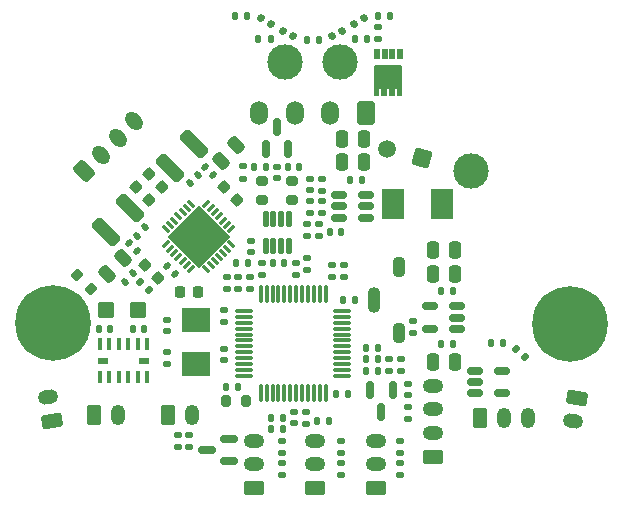
<source format=gts>
G04 #@! TF.GenerationSoftware,KiCad,Pcbnew,(6.0.0)*
G04 #@! TF.CreationDate,2022-01-08T17:27:50+01:00*
G04 #@! TF.ProjectId,MiniAB-CAN-Board,4d696e69-4142-42d4-9341-4e2d426f6172,1*
G04 #@! TF.SameCoordinates,Original*
G04 #@! TF.FileFunction,Soldermask,Top*
G04 #@! TF.FilePolarity,Negative*
%FSLAX46Y46*%
G04 Gerber Fmt 4.6, Leading zero omitted, Abs format (unit mm)*
G04 Created by KiCad (PCBNEW (6.0.0)) date 2022-01-08 17:27:50*
%MOMM*%
%LPD*%
G01*
G04 APERTURE LIST*
G04 Aperture macros list*
%AMRoundRect*
0 Rectangle with rounded corners*
0 $1 Rounding radius*
0 $2 $3 $4 $5 $6 $7 $8 $9 X,Y pos of 4 corners*
0 Add a 4 corners polygon primitive as box body*
4,1,4,$2,$3,$4,$5,$6,$7,$8,$9,$2,$3,0*
0 Add four circle primitives for the rounded corners*
1,1,$1+$1,$2,$3*
1,1,$1+$1,$4,$5*
1,1,$1+$1,$6,$7*
1,1,$1+$1,$8,$9*
0 Add four rect primitives between the rounded corners*
20,1,$1+$1,$2,$3,$4,$5,0*
20,1,$1+$1,$4,$5,$6,$7,0*
20,1,$1+$1,$6,$7,$8,$9,0*
20,1,$1+$1,$8,$9,$2,$3,0*%
%AMHorizOval*
0 Thick line with rounded ends*
0 $1 width*
0 $2 $3 position (X,Y) of the first rounded end (center of the circle)*
0 $4 $5 position (X,Y) of the second rounded end (center of the circle)*
0 Add line between two ends*
20,1,$1,$2,$3,$4,$5,0*
0 Add two circle primitives to create the rounded ends*
1,1,$1,$2,$3*
1,1,$1,$4,$5*%
%AMRotRect*
0 Rectangle, with rotation*
0 The origin of the aperture is its center*
0 $1 length*
0 $2 width*
0 $3 Rotation angle, in degrees counterclockwise*
0 Add horizontal line*
21,1,$1,$2,0,0,$3*%
%AMFreePoly0*
4,1,43,1.580355,1.210355,1.595000,1.175000,1.595000,0.775000,1.580355,0.739645,1.545000,0.725000,0.975000,0.725000,0.975000,0.575000,1.545000,0.575000,1.580355,0.560355,1.595000,0.525000,1.595000,0.125000,1.580355,0.089645,1.545000,0.075000,0.975000,0.075000,0.975000,-0.075000,1.545000,-0.075000,1.580355,-0.089645,1.595000,-0.125000,1.595000,-0.525000,1.580355,-0.560355,
1.545000,-0.575000,0.975000,-0.575000,0.975000,-0.725000,1.545000,-0.725000,1.580355,-0.739645,1.595000,-0.775000,1.595000,-1.175000,1.580355,-1.210355,1.545000,-1.225000,0.925000,-1.225000,0.889645,-1.210355,0.875000,-1.175000,-0.925000,-1.175000,-0.960355,-1.160355,-0.975000,-1.125000,-0.975000,1.125000,-0.960355,1.160355,-0.925000,1.175000,0.875000,1.175000,0.889645,1.210355,
0.925000,1.225000,1.545000,1.225000,1.580355,1.210355,1.580355,1.210355,$1*%
G04 Aperture macros list end*
%ADD10RoundRect,0.140000X0.021213X-0.219203X0.219203X-0.021213X-0.021213X0.219203X-0.219203X0.021213X0*%
%ADD11RoundRect,0.225000X-0.335876X-0.017678X-0.017678X-0.335876X0.335876X0.017678X0.017678X0.335876X0*%
%ADD12RoundRect,0.135000X-0.185000X0.135000X-0.185000X-0.135000X0.185000X-0.135000X0.185000X0.135000X0*%
%ADD13RoundRect,0.200000X-0.335876X-0.053033X-0.053033X-0.335876X0.335876X0.053033X0.053033X0.335876X0*%
%ADD14R,1.900000X2.500000*%
%ADD15RoundRect,0.140000X-0.140000X-0.170000X0.140000X-0.170000X0.140000X0.170000X-0.140000X0.170000X0*%
%ADD16RoundRect,0.250000X0.250000X0.475000X-0.250000X0.475000X-0.250000X-0.475000X0.250000X-0.475000X0*%
%ADD17RoundRect,0.225000X0.335876X0.017678X0.017678X0.335876X-0.335876X-0.017678X-0.017678X-0.335876X0*%
%ADD18RoundRect,0.135000X0.135000X0.185000X-0.135000X0.185000X-0.135000X-0.185000X0.135000X-0.185000X0*%
%ADD19RoundRect,0.140000X0.140000X0.170000X-0.140000X0.170000X-0.140000X-0.170000X0.140000X-0.170000X0*%
%ADD20RoundRect,0.150000X0.512500X0.150000X-0.512500X0.150000X-0.512500X-0.150000X0.512500X-0.150000X0*%
%ADD21RoundRect,0.135000X0.185000X-0.135000X0.185000X0.135000X-0.185000X0.135000X-0.185000X-0.135000X0*%
%ADD22RoundRect,0.150000X0.150000X-0.587500X0.150000X0.587500X-0.150000X0.587500X-0.150000X-0.587500X0*%
%ADD23RoundRect,0.140000X0.170000X-0.140000X0.170000X0.140000X-0.170000X0.140000X-0.170000X-0.140000X0*%
%ADD24RoundRect,0.135000X0.226274X0.035355X0.035355X0.226274X-0.226274X-0.035355X-0.035355X-0.226274X0*%
%ADD25RoundRect,0.250000X-0.450000X-0.425000X0.450000X-0.425000X0.450000X0.425000X-0.450000X0.425000X0*%
%ADD26RoundRect,0.147500X0.213989X0.075639X-0.041489X0.223139X-0.213989X-0.075639X0.041489X-0.223139X0*%
%ADD27RoundRect,0.250000X-0.159099X0.512652X-0.512652X0.159099X0.159099X-0.512652X0.512652X-0.159099X0*%
%ADD28RoundRect,0.250000X0.159099X-0.512652X0.512652X-0.159099X-0.159099X0.512652X-0.512652X0.159099X0*%
%ADD29RoundRect,0.150000X-0.512500X-0.150000X0.512500X-0.150000X0.512500X0.150000X-0.512500X0.150000X0*%
%ADD30RoundRect,0.075000X-0.662500X-0.075000X0.662500X-0.075000X0.662500X0.075000X-0.662500X0.075000X0*%
%ADD31RoundRect,0.075000X-0.075000X-0.662500X0.075000X-0.662500X0.075000X0.662500X-0.075000X0.662500X0*%
%ADD32RoundRect,0.250000X0.194454X-0.689429X0.689429X-0.194454X-0.194454X0.689429X-0.689429X0.194454X0*%
%ADD33HorizOval,1.200000X-0.194454X0.194454X0.194454X-0.194454X0*%
%ADD34RoundRect,0.050000X-0.200000X0.415000X-0.200000X-0.415000X0.200000X-0.415000X0.200000X0.415000X0*%
%ADD35FreePoly0,270.000000*%
%ADD36RoundRect,0.150000X0.587500X0.150000X-0.587500X0.150000X-0.587500X-0.150000X0.587500X-0.150000X0*%
%ADD37RoundRect,0.147500X0.172500X-0.147500X0.172500X0.147500X-0.172500X0.147500X-0.172500X-0.147500X0*%
%ADD38RoundRect,0.250000X0.539169X-0.981111X0.981111X-0.539169X-0.539169X0.981111X-0.981111X0.539169X0*%
%ADD39RotRect,0.254000X0.762000X135.000000*%
%ADD40RotRect,0.254000X0.762000X45.000000*%
%ADD41RotRect,3.810000X3.810000X45.000000*%
%ADD42RoundRect,0.200000X-0.275000X0.200000X-0.275000X-0.200000X0.275000X-0.200000X0.275000X0.200000X0*%
%ADD43RoundRect,0.250000X0.676282X-0.236153X0.554728X0.453213X-0.676282X0.236153X-0.554728X-0.453213X0*%
%ADD44HorizOval,1.200000X0.270822X0.047753X-0.270822X-0.047753X0*%
%ADD45R,2.400000X2.000000*%
%ADD46RoundRect,0.140000X-0.170000X0.140000X-0.170000X-0.140000X0.170000X-0.140000X0.170000X0.140000X0*%
%ADD47RoundRect,0.150000X-0.150000X0.587500X-0.150000X-0.587500X0.150000X-0.587500X0.150000X0.587500X0*%
%ADD48C,0.800000*%
%ADD49C,6.400000*%
%ADD50RoundRect,0.140000X-0.219203X-0.021213X-0.021213X-0.219203X0.219203X0.021213X0.021213X0.219203X0*%
%ADD51RoundRect,0.135000X-0.135000X-0.185000X0.135000X-0.185000X0.135000X0.185000X-0.135000X0.185000X0*%
%ADD52RoundRect,0.140000X0.219203X0.021213X0.021213X0.219203X-0.219203X-0.021213X-0.021213X-0.219203X0*%
%ADD53RoundRect,0.200000X-0.200000X-0.275000X0.200000X-0.275000X0.200000X0.275000X-0.200000X0.275000X0*%
%ADD54RoundRect,0.147500X-0.041489X-0.223139X0.213989X-0.075639X0.041489X0.223139X-0.213989X0.075639X0*%
%ADD55RoundRect,0.225000X0.225000X0.250000X-0.225000X0.250000X-0.225000X-0.250000X0.225000X-0.250000X0*%
%ADD56R,0.449200X1.117800*%
%ADD57R,0.813000X0.500000*%
%ADD58RoundRect,0.250000X-0.554728X0.453213X-0.676282X-0.236153X0.554728X-0.453213X0.676282X0.236153X0*%
%ADD59HorizOval,1.200000X-0.270822X0.047753X0.270822X-0.047753X0*%
%ADD60RoundRect,0.147500X-0.172500X0.147500X-0.172500X-0.147500X0.172500X-0.147500X0.172500X0.147500X0*%
%ADD61RoundRect,0.140000X-0.021213X0.219203X-0.219203X0.021213X0.021213X-0.219203X0.219203X-0.021213X0*%
%ADD62RoundRect,0.147500X0.147500X0.172500X-0.147500X0.172500X-0.147500X-0.172500X0.147500X-0.172500X0*%
%ADD63RoundRect,0.135000X-0.226274X-0.035355X-0.035355X-0.226274X0.226274X0.035355X0.035355X0.226274X0*%
%ADD64RoundRect,0.200000X0.275000X-0.200000X0.275000X0.200000X-0.275000X0.200000X-0.275000X-0.200000X0*%
%ADD65RoundRect,0.125000X0.125000X-0.537500X0.125000X0.537500X-0.125000X0.537500X-0.125000X-0.537500X0*%
%ADD66RoundRect,0.250000X-0.539169X0.981111X-0.981111X0.539169X0.539169X-0.981111X0.981111X-0.539169X0*%
%ADD67RoundRect,0.250000X0.625000X-0.350000X0.625000X0.350000X-0.625000X0.350000X-0.625000X-0.350000X0*%
%ADD68O,1.750000X1.200000*%
%ADD69RoundRect,0.250000X-0.350000X-0.625000X0.350000X-0.625000X0.350000X0.625000X-0.350000X0.625000X0*%
%ADD70O,1.200000X1.750000*%
%ADD71C,3.000000*%
%ADD72RoundRect,0.250001X0.499999X0.759999X-0.499999X0.759999X-0.499999X-0.759999X0.499999X-0.759999X0*%
%ADD73O,1.500000X2.020000*%
%ADD74RoundRect,0.250001X0.353553X-0.612371X0.612371X0.353553X-0.353553X0.612371X-0.612371X-0.353553X0*%
%ADD75C,1.500000*%
%ADD76O,1.100000X1.800000*%
%ADD77O,1.100000X2.200000*%
G04 APERTURE END LIST*
D10*
G04 #@! TO.C,C35*
X203593990Y-59939608D03*
X204272812Y-59260786D03*
G04 #@! TD*
D11*
G04 #@! TO.C,C41*
X199079111Y-60247199D03*
X200175127Y-61343215D03*
G04 #@! TD*
D12*
G04 #@! TO.C,R22*
X211440000Y-81730000D03*
X211440000Y-82750000D03*
G04 #@! TD*
D13*
G04 #@! TO.C,FB1*
X194086637Y-67686637D03*
X195253363Y-68853363D03*
G04 #@! TD*
D12*
G04 #@! TO.C,R32*
X214810000Y-59550000D03*
X214810000Y-60570000D03*
G04 #@! TD*
D11*
G04 #@! TO.C,C36*
X200153478Y-59171959D03*
X201249494Y-60267975D03*
G04 #@! TD*
D14*
G04 #@! TO.C,L2*
X220830000Y-61690000D03*
X224930000Y-61690000D03*
G04 #@! TD*
D15*
G04 #@! TO.C,C3*
X195930000Y-72256500D03*
X196890000Y-72256500D03*
G04 #@! TD*
D16*
G04 #@! TO.C,C21*
X218370000Y-56158544D03*
X216470000Y-56158544D03*
G04 #@! TD*
D17*
G04 #@! TO.C,C45*
X200913560Y-67986977D03*
X199817544Y-66890961D03*
G04 #@! TD*
D12*
G04 #@! TO.C,R21*
X211440000Y-83650000D03*
X211440000Y-84670000D03*
G04 #@! TD*
D18*
G04 #@! TO.C,R25*
X208510000Y-66710000D03*
X207490000Y-66710000D03*
G04 #@! TD*
D19*
G04 #@! TO.C,C42*
X216430000Y-64100000D03*
X215470000Y-64100000D03*
G04 #@! TD*
D18*
G04 #@! TO.C,R5*
X211490000Y-80790000D03*
X210470000Y-80790000D03*
G04 #@! TD*
D20*
G04 #@! TO.C,U4*
X226247500Y-72270000D03*
X226247500Y-71320000D03*
X226247500Y-70370000D03*
X223972500Y-70370000D03*
X223972500Y-72270000D03*
G04 #@! TD*
D21*
G04 #@! TO.C,R37*
X213800000Y-62480000D03*
X213800000Y-61460000D03*
G04 #@! TD*
D18*
G04 #@! TO.C,R20*
X210440000Y-47710000D03*
X209420000Y-47710000D03*
G04 #@! TD*
D22*
G04 #@! TO.C,D8*
X210050000Y-57055000D03*
X211950000Y-57055000D03*
X211000000Y-55180000D03*
G04 #@! TD*
D18*
G04 #@! TO.C,R17*
X208450000Y-45790000D03*
X207430000Y-45790000D03*
G04 #@! TD*
D23*
G04 #@! TO.C,C18*
X222540000Y-72590000D03*
X222540000Y-71630000D03*
G04 #@! TD*
G04 #@! TO.C,C6*
X206730000Y-68860000D03*
X206730000Y-67900000D03*
G04 #@! TD*
D24*
G04 #@! TO.C,R23*
X200141248Y-68991248D03*
X199420000Y-68270000D03*
G04 #@! TD*
D25*
G04 #@! TO.C,C1*
X196512500Y-70680000D03*
X199212500Y-70680000D03*
G04 #@! TD*
D26*
G04 #@! TO.C,D7*
X212370000Y-47512500D03*
X211529956Y-47027500D03*
G04 #@! TD*
D23*
G04 #@! TO.C,C2*
X201670000Y-72470000D03*
X201670000Y-71510000D03*
G04 #@! TD*
D21*
G04 #@! TO.C,R9*
X219530000Y-47760000D03*
X219530000Y-46740000D03*
G04 #@! TD*
D16*
G04 #@! TO.C,C24*
X218370000Y-58178545D03*
X216470000Y-58178545D03*
G04 #@! TD*
D12*
G04 #@! TO.C,R31*
X214810000Y-61470000D03*
X214810000Y-62490000D03*
G04 #@! TD*
D26*
G04 #@! TO.C,D6*
X210460022Y-46422500D03*
X209619978Y-45937500D03*
G04 #@! TD*
D27*
G04 #@! TO.C,C43*
X197958350Y-66296498D03*
X196614848Y-67640000D03*
G04 #@! TD*
D28*
G04 #@! TO.C,C25*
X206210287Y-58058703D03*
X207553789Y-56715201D03*
G04 #@! TD*
D29*
G04 #@! TO.C,U3*
X227792500Y-75820000D03*
X227792500Y-76770000D03*
X227792500Y-77720000D03*
X230067500Y-77720000D03*
X230067500Y-75820000D03*
G04 #@! TD*
D15*
G04 #@! TO.C,C33*
X209070000Y-58560000D03*
X210030000Y-58560000D03*
G04 #@! TD*
G04 #@! TO.C,C23*
X218550000Y-73900000D03*
X219510000Y-73900000D03*
G04 #@! TD*
D16*
G04 #@! TO.C,C49*
X226080000Y-65580000D03*
X224180000Y-65580000D03*
G04 #@! TD*
D30*
G04 #@! TO.C,U2*
X208197500Y-70750000D03*
X208197500Y-71250000D03*
X208197500Y-71750000D03*
X208197500Y-72250000D03*
X208197500Y-72750000D03*
X208197500Y-73250000D03*
X208197500Y-73750000D03*
X208197500Y-74250000D03*
X208197500Y-74750000D03*
X208197500Y-75250000D03*
X208197500Y-75750000D03*
X208197500Y-76250000D03*
D31*
X209610000Y-77662500D03*
X210110000Y-77662500D03*
X210610000Y-77662500D03*
X211110000Y-77662500D03*
X211610000Y-77662500D03*
X212110000Y-77662500D03*
X212610000Y-77662500D03*
X213110000Y-77662500D03*
X213610000Y-77662500D03*
X214110000Y-77662500D03*
X214610000Y-77662500D03*
X215110000Y-77662500D03*
D30*
X216522500Y-76250000D03*
X216522500Y-75750000D03*
X216522500Y-75250000D03*
X216522500Y-74750000D03*
X216522500Y-74250000D03*
X216522500Y-73750000D03*
X216522500Y-73250000D03*
X216522500Y-72750000D03*
X216522500Y-72250000D03*
X216522500Y-71750000D03*
X216522500Y-71250000D03*
X216522500Y-70750000D03*
D31*
X215110000Y-69337500D03*
X214610000Y-69337500D03*
X214110000Y-69337500D03*
X213610000Y-69337500D03*
X213110000Y-69337500D03*
X212610000Y-69337500D03*
X212110000Y-69337500D03*
X211610000Y-69337500D03*
X211110000Y-69337500D03*
X210610000Y-69337500D03*
X210110000Y-69337500D03*
X209610000Y-69337500D03*
G04 #@! TD*
D32*
G04 #@! TO.C,J8*
X194665786Y-58944214D03*
D33*
X196080000Y-57530000D03*
X197494213Y-56115787D03*
X198908427Y-54701573D03*
G04 #@! TD*
D18*
G04 #@! TO.C,R10*
X218580000Y-47710000D03*
X217560000Y-47710000D03*
G04 #@! TD*
D23*
G04 #@! TO.C,C11*
X207710000Y-68860000D03*
X207710000Y-67900000D03*
G04 #@! TD*
D12*
G04 #@! TO.C,R14*
X221370000Y-83650000D03*
X221370000Y-84670000D03*
G04 #@! TD*
D34*
G04 #@! TO.C,Q3*
X220095000Y-49015000D03*
X220745000Y-49015000D03*
X221395000Y-49015000D03*
X219445000Y-49015000D03*
D35*
X220420000Y-50955000D03*
G04 #@! TD*
D23*
G04 #@! TO.C,C9*
X208690000Y-68860000D03*
X208690000Y-67900000D03*
G04 #@! TD*
D12*
G04 #@! TO.C,R24*
X215660000Y-66850000D03*
X215660000Y-67870000D03*
G04 #@! TD*
D36*
G04 #@! TO.C,Q2*
X206955000Y-83490000D03*
X206955000Y-81590000D03*
X205080000Y-82540000D03*
G04 #@! TD*
D37*
G04 #@! TO.C,D9*
X216660000Y-67845000D03*
X216660000Y-66875000D03*
G04 #@! TD*
D15*
G04 #@! TO.C,C13*
X206690000Y-77160000D03*
X207650000Y-77160000D03*
G04 #@! TD*
D16*
G04 #@! TO.C,C22*
X226087135Y-75039502D03*
X224187135Y-75039502D03*
G04 #@! TD*
D38*
G04 #@! TO.C,R30*
X196492870Y-64070879D03*
X198561158Y-62002591D03*
G04 #@! TD*
D39*
G04 #@! TO.C,U5*
X201581776Y-65113578D03*
X201935329Y-65467130D03*
X202288883Y-65820685D03*
X202642436Y-66174238D03*
X202995989Y-66527791D03*
X203349544Y-66881345D03*
X203703096Y-67234898D03*
D40*
X205012234Y-67234898D03*
X205365786Y-66881345D03*
X205719341Y-66527791D03*
X206072894Y-66174238D03*
X206426447Y-65820685D03*
X206780001Y-65467130D03*
X207133554Y-65113578D03*
D39*
X207133554Y-63804440D03*
X206780001Y-63450888D03*
X206426447Y-63097333D03*
X206072894Y-62743780D03*
X205719341Y-62390227D03*
X205365786Y-62036673D03*
X205012234Y-61683120D03*
D40*
X203703096Y-61683120D03*
X203349544Y-62036673D03*
X202995989Y-62390227D03*
X202642436Y-62743780D03*
X202288883Y-63097333D03*
X201935329Y-63450888D03*
X201581776Y-63804440D03*
D41*
X204357665Y-64459009D03*
G04 #@! TD*
D42*
G04 #@! TO.C,R27*
X209730000Y-59740000D03*
X209730000Y-61390000D03*
G04 #@! TD*
D43*
G04 #@! TO.C,J2*
X191920000Y-80050000D03*
D44*
X191572704Y-78080384D03*
G04 #@! TD*
D12*
G04 #@! TO.C,R36*
X213530000Y-63380000D03*
X213530000Y-64400000D03*
G04 #@! TD*
G04 #@! TO.C,R15*
X221370000Y-81730000D03*
X221370000Y-82750000D03*
G04 #@! TD*
D21*
G04 #@! TO.C,R35*
X208110000Y-59540000D03*
X208110000Y-58520000D03*
G04 #@! TD*
G04 #@! TO.C,R12*
X213420000Y-80310000D03*
X213420000Y-79290000D03*
G04 #@! TD*
D18*
G04 #@! TO.C,R13*
X214510000Y-47830000D03*
X213490000Y-47830000D03*
G04 #@! TD*
D12*
G04 #@! TO.C,R7*
X203570000Y-81260000D03*
X203570000Y-82280000D03*
G04 #@! TD*
D21*
G04 #@! TO.C,R3*
X222050000Y-79910000D03*
X222050000Y-78890000D03*
G04 #@! TD*
D12*
G04 #@! TO.C,R4*
X213550000Y-66300000D03*
X213550000Y-67320000D03*
G04 #@! TD*
D18*
G04 #@! TO.C,R8*
X220550000Y-45790000D03*
X219530000Y-45790000D03*
G04 #@! TD*
D15*
G04 #@! TO.C,C32*
X211930000Y-58560000D03*
X212890000Y-58560000D03*
G04 #@! TD*
D45*
G04 #@! TO.C,Y1*
X204090000Y-75210000D03*
X204090000Y-71510000D03*
G04 #@! TD*
D19*
G04 #@! TO.C,C15*
X225860000Y-69100000D03*
X224900000Y-69100000D03*
G04 #@! TD*
D46*
G04 #@! TO.C,C14*
X212430000Y-79290000D03*
X212430000Y-80250000D03*
G04 #@! TD*
D15*
G04 #@! TO.C,C40*
X210640000Y-66710000D03*
X211600000Y-66710000D03*
G04 #@! TD*
G04 #@! TO.C,C17*
X218550000Y-74840000D03*
X219510000Y-74840000D03*
G04 #@! TD*
G04 #@! TO.C,C10*
X216000000Y-77770000D03*
X216960000Y-77770000D03*
G04 #@! TD*
D47*
G04 #@! TO.C,Q1*
X220770000Y-77472500D03*
X218870000Y-77472500D03*
X219820000Y-79347500D03*
G04 #@! TD*
D12*
G04 #@! TO.C,R29*
X214520000Y-63380000D03*
X214520000Y-64400000D03*
G04 #@! TD*
D21*
G04 #@! TO.C,R34*
X212560000Y-67690000D03*
X212560000Y-66670000D03*
G04 #@! TD*
D15*
G04 #@! TO.C,C8*
X216600000Y-69830000D03*
X217560000Y-69830000D03*
G04 #@! TD*
D48*
G04 #@! TO.C,H2*
X190292944Y-70072944D03*
D49*
X191990000Y-71770000D03*
D48*
X194390000Y-71770000D03*
X190292944Y-73467056D03*
X191990000Y-74170000D03*
X189590000Y-71770000D03*
X191990000Y-69370000D03*
X193687056Y-70072944D03*
X193687056Y-73467056D03*
G04 #@! TD*
D50*
G04 #@! TO.C,C26*
X201700589Y-66930589D03*
X202379411Y-67609411D03*
G04 #@! TD*
D48*
G04 #@! TO.C,H1*
X237477056Y-70122944D03*
D49*
X235780000Y-71820000D03*
D48*
X234082944Y-70122944D03*
X235780000Y-69420000D03*
X235780000Y-74220000D03*
X233380000Y-71820000D03*
X237477056Y-73517056D03*
X238180000Y-71820000D03*
X234082944Y-73517056D03*
G04 #@! TD*
D46*
G04 #@! TO.C,C47*
X208780000Y-64800000D03*
X208780000Y-65760000D03*
G04 #@! TD*
D51*
G04 #@! TO.C,R6*
X210470000Y-79780000D03*
X211490000Y-79780000D03*
G04 #@! TD*
D52*
G04 #@! TO.C,C38*
X205602174Y-59246643D03*
X204923352Y-58567821D03*
G04 #@! TD*
D53*
G04 #@! TO.C,FB2*
X206690000Y-78400000D03*
X208340000Y-78400000D03*
G04 #@! TD*
D10*
G04 #@! TO.C,C27*
X198110000Y-68260000D03*
X198788822Y-67581178D03*
G04 #@! TD*
D16*
G04 #@! TO.C,C51*
X226080000Y-67600000D03*
X224180000Y-67600000D03*
G04 #@! TD*
D12*
G04 #@! TO.C,R1*
X220470000Y-74840000D03*
X220470000Y-75860000D03*
G04 #@! TD*
G04 #@! TO.C,R18*
X216410000Y-83660000D03*
X216410000Y-84680000D03*
G04 #@! TD*
D37*
G04 #@! TO.C,D2*
X202570000Y-82257500D03*
X202570000Y-81287500D03*
G04 #@! TD*
D21*
G04 #@! TO.C,R2*
X221470000Y-75860000D03*
X221470000Y-74840000D03*
G04 #@! TD*
D19*
G04 #@! TO.C,C16*
X225860000Y-73540000D03*
X224900000Y-73540000D03*
G04 #@! TD*
D15*
G04 #@! TO.C,C19*
X218550000Y-75820000D03*
X219510000Y-75820000D03*
G04 #@! TD*
D46*
G04 #@! TO.C,C7*
X206520000Y-70690000D03*
X206520000Y-71650000D03*
G04 #@! TD*
D54*
G04 #@! TO.C,D4*
X217520000Y-46420000D03*
X218360044Y-45935000D03*
G04 #@! TD*
D55*
G04 #@! TO.C,C28*
X204335000Y-69150000D03*
X202785000Y-69150000D03*
G04 #@! TD*
D23*
G04 #@! TO.C,C5*
X201670000Y-75220000D03*
X201670000Y-74260000D03*
G04 #@! TD*
G04 #@! TO.C,C29*
X210980000Y-59490000D03*
X210980000Y-58530000D03*
G04 #@! TD*
D21*
G04 #@! TO.C,R33*
X209680000Y-67690000D03*
X209680000Y-66670000D03*
G04 #@! TD*
D56*
G04 #@! TO.C,U1*
X200000001Y-73589099D03*
X199200000Y-73589099D03*
X198399999Y-73589099D03*
X197600001Y-73589099D03*
X196800000Y-73589099D03*
X196000001Y-73589099D03*
D57*
X196281502Y-74960000D03*
D56*
X195999999Y-76330901D03*
X196800000Y-76330901D03*
X197600001Y-76330901D03*
X198399999Y-76330901D03*
X199200000Y-76330901D03*
X199999999Y-76330901D03*
D57*
X199718498Y-74960000D03*
G04 #@! TD*
D58*
G04 #@! TO.C,J1*
X236355293Y-78100699D03*
D59*
X236007997Y-80070315D03*
G04 #@! TD*
D60*
G04 #@! TO.C,D1*
X222050000Y-76932500D03*
X222050000Y-77902500D03*
G04 #@! TD*
D20*
G04 #@! TO.C,U6*
X218524724Y-62848544D03*
X218524724Y-61898544D03*
X218524724Y-60948544D03*
X216249724Y-60948544D03*
X216249724Y-61898544D03*
X216249724Y-62848544D03*
G04 #@! TD*
D12*
G04 #@! TO.C,R19*
X216410000Y-81740000D03*
X216410000Y-82760000D03*
G04 #@! TD*
D54*
G04 #@! TO.C,D3*
X215629978Y-47512500D03*
X216470022Y-47027500D03*
G04 #@! TD*
D23*
G04 #@! TO.C,C12*
X206520000Y-74900000D03*
X206520000Y-73940000D03*
G04 #@! TD*
D61*
G04 #@! TO.C,C46*
X199846324Y-63687274D03*
X199167502Y-64366096D03*
G04 #@! TD*
D62*
G04 #@! TO.C,D5*
X230095000Y-73480000D03*
X229125000Y-73480000D03*
G04 #@! TD*
D17*
G04 #@! TO.C,C37*
X207583588Y-61335115D03*
X206487572Y-60239099D03*
G04 #@! TD*
D63*
G04 #@! TO.C,R16*
X231229376Y-73939376D03*
X231950624Y-74660624D03*
G04 #@! TD*
D64*
G04 #@! TO.C,R26*
X212230000Y-61390000D03*
X212230000Y-59740000D03*
G04 #@! TD*
D19*
G04 #@! TO.C,C4*
X199730000Y-72256499D03*
X198770000Y-72256499D03*
G04 #@! TD*
G04 #@! TO.C,C30*
X218150001Y-59678545D03*
X217190001Y-59678545D03*
G04 #@! TD*
D65*
G04 #@! TO.C,U8*
X210025000Y-65277500D03*
X210675000Y-65277500D03*
X211325000Y-65277500D03*
X211975000Y-65277500D03*
X211975000Y-63002500D03*
X211325000Y-63002500D03*
X210675000Y-63002500D03*
X210025000Y-63002500D03*
G04 #@! TD*
D66*
G04 #@! TO.C,R28*
X203977596Y-56586153D03*
X201909308Y-58654441D03*
G04 #@! TD*
D23*
G04 #@! TO.C,C20*
X213800000Y-60550000D03*
X213800000Y-59590000D03*
G04 #@! TD*
D52*
G04 #@! TO.C,C34*
X199153360Y-65695457D03*
X198474538Y-65016635D03*
G04 #@! TD*
D18*
G04 #@! TO.C,R11*
X215390000Y-80100000D03*
X214370000Y-80100000D03*
G04 #@! TD*
D67*
G04 #@! TO.C,J12*
X219330000Y-85730000D03*
D68*
X219330000Y-83730000D03*
X219330000Y-81730000D03*
G04 #@! TD*
D69*
G04 #@! TO.C,J3*
X201780000Y-79550000D03*
D70*
X203780000Y-79550000D03*
G04 #@! TD*
D69*
G04 #@! TO.C,J7*
X228210000Y-79840000D03*
D70*
X230210000Y-79840000D03*
X232210000Y-79840000D03*
G04 #@! TD*
D71*
G04 #@! TO.C,J11*
X211650000Y-49650000D03*
X216350000Y-49650000D03*
D72*
X218500000Y-53970000D03*
D73*
X215500000Y-53970000D03*
X212500000Y-53970000D03*
X209500000Y-53970000D03*
G04 #@! TD*
D71*
G04 #@! TO.C,J6*
X227399653Y-58941881D03*
D74*
X223226853Y-57823783D03*
D75*
X220329076Y-57047326D03*
G04 #@! TD*
D69*
G04 #@! TO.C,J4*
X195520000Y-79550000D03*
D70*
X197520000Y-79550000D03*
G04 #@! TD*
D67*
G04 #@! TO.C,J14*
X209050000Y-85730000D03*
D68*
X209050000Y-83730000D03*
X209050000Y-81730000D03*
G04 #@! TD*
D76*
G04 #@! TO.C,J10*
X221325000Y-72620000D03*
D77*
X219175000Y-69820000D03*
D76*
X221325000Y-67020000D03*
G04 #@! TD*
D67*
G04 #@! TO.C,J13*
X214190000Y-85730000D03*
D68*
X214190000Y-83730000D03*
X214190000Y-81730000D03*
G04 #@! TD*
D67*
G04 #@! TO.C,J5*
X224190000Y-83080000D03*
D68*
X224190000Y-81080000D03*
X224190000Y-79080000D03*
X224190000Y-77080000D03*
G04 #@! TD*
M02*

</source>
